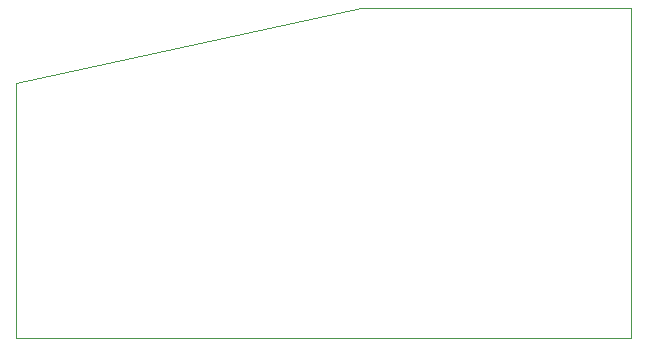
<source format=gbr>
G04 #@! TF.GenerationSoftware,KiCad,Pcbnew,5.1.2-f72e74a~84~ubuntu18.04.1*
G04 #@! TF.CreationDate,2019-07-08T15:36:52+02:00*
G04 #@! TF.ProjectId,prototype_1,70726f74-6f74-4797-9065-5f312e6b6963,rev?*
G04 #@! TF.SameCoordinates,Original*
G04 #@! TF.FileFunction,Profile,NP*
%FSLAX46Y46*%
G04 Gerber Fmt 4.6, Leading zero omitted, Abs format (unit mm)*
G04 Created by KiCad (PCBNEW 5.1.2-f72e74a~84~ubuntu18.04.1) date 2019-07-08 15:36:52*
%MOMM*%
%LPD*%
G04 APERTURE LIST*
%ADD10C,0.050000*%
G04 APERTURE END LIST*
D10*
X172720000Y-104140000D02*
X149860000Y-104140000D01*
X120650000Y-132080000D02*
X172720000Y-132080000D01*
X172720000Y-132080000D02*
X172720000Y-104140000D01*
X120650000Y-110490000D02*
X149860000Y-104140000D01*
X120650000Y-132080000D02*
X120650000Y-110490000D01*
M02*

</source>
